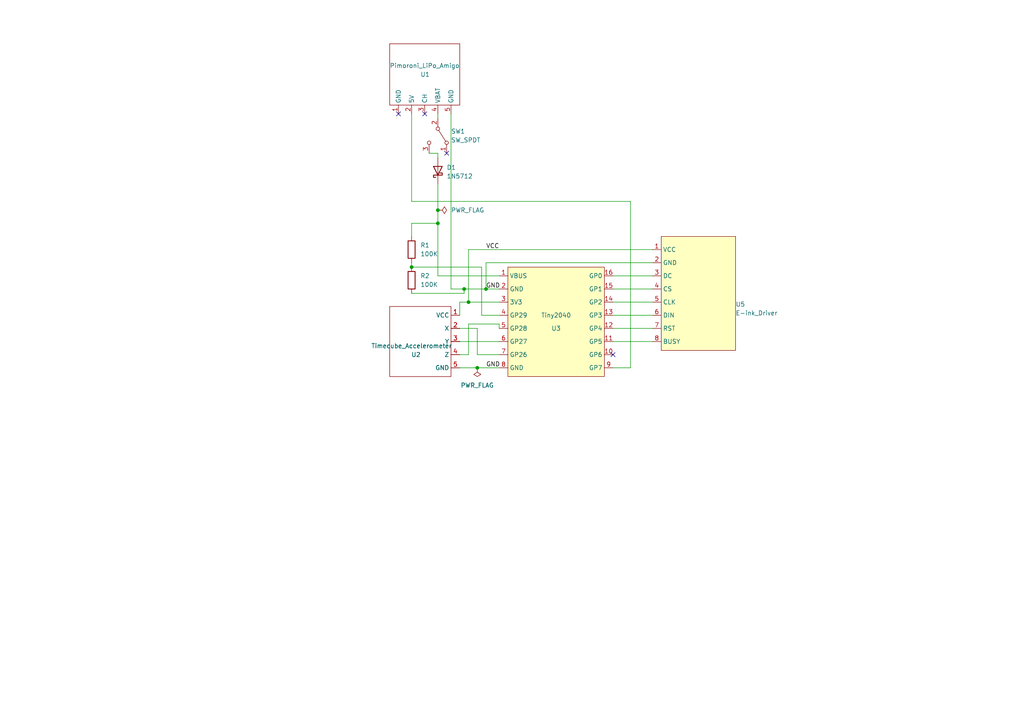
<source format=kicad_sch>
(kicad_sch (version 20211123) (generator eeschema)
  (paper "A4")
  (lib_symbols
    (symbol "Device:R" (pin_numbers hide) (pin_names (offset 0))
      (property "Reference" "R" (at 2.032 0 90))
      (property "Value" "R" (at 0 0 90))
      (symbol "R_0_1"
        (rectangle (start -1.016 -2.54) (end 1.016 2.54) (stroke (width 0.254)))
      )
      (symbol "R_1_1"
        (pin passive line (at 0 3.81 270) (length 1.27) (name "~") (number "1"))
        (pin passive line (at 0 -3.81 90) (length 1.27) (name "~") (number "2"))
      )
    )
    (symbol "Diode:1N5712" (pin_numbers hide) (pin_names (offset 1.016) hide)
      (property "Reference" "D" (at 0 2.54 0))
      (property "Value" "1N5712" (at 0 -2.54 0))
      (symbol "1N5712_0_1"
        (polyline (pts (xy 1.27 0) (xy -1.27 0)))
        (polyline (pts (xy 1.27 1.27) (xy 1.27 -1.27) (xy -1.27 0) (xy 1.27 1.27)) (stroke (width 0.254)))
        (polyline (pts (xy -1.905 0.635) (xy -1.905 1.27) (xy -1.27 1.27) (xy -1.27 -1.27) (xy -0.635 -1.27) (xy -0.635 -0.635)) (stroke (width 0.254)))
      )
      (symbol "1N5712_1_1"
        (pin passive line (at -3.81 0 0) (length 2.54) (name "K") (number "1"))
        (pin passive line (at 3.81 0 180) (length 2.54) (name "A") (number "2"))
      )
    )
    (symbol "Switch:SW_SPDT" (pin_names (offset 0) hide)
      (property "Reference" "SW" (at 0 4.318 0))
      (property "Value" "SW_SPDT" (at 0 -5.08 0))
      (symbol "SW_SPDT_0_0"
        (circle (center -2.032 0) (radius 0.508))
        (circle (center 2.032 -2.54) (radius 0.508))
      )
      (symbol "SW_SPDT_0_1"
        (polyline (pts (xy -1.524 0.254) (xy 1.651 2.286)))
        (circle (center 2.032 2.54) (radius 0.508))
      )
      (symbol "SW_SPDT_1_1"
        (pin passive line (at 5.08 2.54 180) (length 2.54) (name "A") (number "1"))
        (pin passive line (at -5.08 0 0) (length 2.54) (name "B") (number "2"))
        (pin passive line (at 5.08 -2.54 180) (length 2.54) (name "C") (number "3"))
      )
    )
    (symbol "Timecube:E-ink_Driver"
      (property "Reference" "U5" (at 8.89 1.9051 0))
      (property "Value" "E-ink_Driver" (at 8.89 -0.6349 0))
      (symbol "E-ink_Driver_0_1"
        (rectangle (start -12.7 21.59) (end 8.89 -11.43) (fill (type background)))
      )
      (symbol "E-ink_Driver_1_1"
        (pin power_in line (at -15.24 17.78 0) (length 2.54) (name "VCC") (number "1"))
        (pin power_in line (at -15.24 13.97 0) (length 2.54) (name "GND") (number "2"))
        (pin bidirectional line (at -15.24 10.16 0) (length 2.54) (name "DC") (number "3"))
        (pin bidirectional line (at -15.24 6.35 0) (length 2.54) (name "CS") (number "4"))
        (pin bidirectional line (at -15.24 2.54 0) (length 2.54) (name "CLK") (number "5"))
        (pin bidirectional line (at -15.24 -1.27 0) (length 2.54) (name "DIN") (number "6"))
        (pin bidirectional line (at -15.24 -5.08 0) (length 2.54) (name "RST") (number "7"))
        (pin bidirectional line (at -15.24 -8.89 0) (length 2.54) (name "BUSY") (number "8"))
      )
    )
    (symbol "Timecube:Pimoroni_LiPo_Amigo"
      (property "Reference" "U" (at 1.27 0 0))
      (property "Value" "Pimoroni_LiPo_Amigo" (at 2.54 2.54 0))
      (symbol "Pimoroni_LiPo_Amigo_0_1"
        (rectangle (start -7.62 10.16) (end 10.16 -10.16))
      )
      (symbol "Pimoroni_LiPo_Amigo_1_1"
        (pin power_out line (at -10.16 7.62 0) (length 2.54) (name "GND") (number "1"))
        (pin power_out line (at -10.16 3.81 0) (length 2.54) (name "5V") (number "2"))
        (pin output line (at -10.16 0 0) (length 2.54) (name "CH") (number "3"))
        (pin power_out line (at -10.16 -3.81 0) (length 2.54) (name "VBAT") (number "4"))
        (pin power_out line (at -10.16 -7.62 0) (length 2.54) (name "GND") (number "5"))
      )
    )
    (symbol "Timecube:Timecube_Accelerometer"
      (property "Reference" "U" (at -2.54 -12.7 0))
      (property "Value" "Timecube_Accelerometer" (at -2.54 -10.16 0))
      (symbol "Timecube_Accelerometer_0_1"
        (rectangle (start 6.35 -2.54) (end -11.43 -22.86))
      )
      (symbol "Timecube_Accelerometer_1_1"
        (pin power_in line (at 8.89 -5.08 180) (length 2.54) (name "VCC") (number "1"))
        (pin output line (at 8.89 -8.89 180) (length 2.54) (name "X") (number "2"))
        (pin output line (at 8.89 -12.7 180) (length 2.54) (name "Y") (number "3"))
        (pin output line (at 8.89 -16.51 180) (length 2.54) (name "Z") (number "4"))
        (pin power_in line (at 8.89 -20.32 180) (length 2.54) (name "GND") (number "5"))
      )
    )
    (symbol "Timecube:Tiny2040"
      (property "Reference" "U" (at 0 -2.54 0))
      (property "Value" "Tiny2040" (at 0 0 0))
      (symbol "Tiny2040_0_1"
        (rectangle (start -13.97 13.97) (end 13.97 -17.78) (fill (type background)))
      )
      (symbol "Tiny2040_1_1"
        (pin power_in line (at -16.51 11.43 0) (length 2.54) (name "VBUS") (number "1"))
        (pin bidirectional line (at 16.51 -11.43 180) (length 2.54) (name "GP6") (number "10"))
        (pin bidirectional line (at 16.51 -7.62 180) (length 2.54) (name "GP5") (number "11"))
        (pin bidirectional line (at 16.51 -3.81 180) (length 2.54) (name "GP4") (number "12"))
        (pin bidirectional line (at 16.51 0 180) (length 2.54) (name "GP3") (number "13"))
        (pin bidirectional line (at 16.51 3.81 180) (length 2.54) (name "GP2") (number "14"))
        (pin bidirectional line (at 16.51 7.62 180) (length 2.54) (name "GP1") (number "15"))
        (pin bidirectional line (at 16.51 11.43 180) (length 2.54) (name "GP0") (number "16"))
        (pin power_in line (at -16.51 7.62 0) (length 2.54) (name "GND") (number "2"))
        (pin power_out line (at -16.51 3.81 0) (length 2.54) (name "3V3") (number "3"))
        (pin bidirectional line (at -16.51 0 0) (length 2.54) (name "GP29") (number "4"))
        (pin bidirectional line (at -16.51 -3.81 0) (length 2.54) (name "GP28") (number "5"))
        (pin bidirectional line (at -16.51 -7.62 0) (length 2.54) (name "GP27") (number "6"))
        (pin bidirectional line (at -16.51 -11.43 0) (length 2.54) (name "GP26") (number "7"))
        (pin power_in line (at -16.51 -15.24 0) (length 2.54) (name "GND") (number "8"))
        (pin bidirectional line (at 16.51 -15.24 180) (length 2.54) (name "GP7") (number "9"))
      )
    )
    (symbol "power:PWR_FLAG" (power) (pin_numbers hide) (pin_names (offset 0) hide)
      (property "Value" "PWR_FLAG" (at 0 3.81 0))
      (symbol "PWR_FLAG_0_0"
        (pin power_out line (at 0 0 90) (length 0) (name "pwr") (number "1"))
      )
      (symbol "PWR_FLAG_0_1"
        (polyline (pts (xy 0 0) (xy 0 1.27) (xy -1.016 1.905) (xy 0 2.54) (xy 1.016 1.905) (xy 0 1.27)))
      )
    )
  )
  (junction (at 135.89 87.63))
  (junction (at 127 64.77))
  (junction (at 127 60.96))
  (junction (at 138.43 106.68))
  (junction (at 140.97 83.82))
  (junction (at 119.38 77.47))
  (junction (at 134.62 83.82))
  (no_connect (at 129.54 44.45))
  (no_connect (at 177.8 102.87))
  (no_connect (at 115.57 33.02))
  (no_connect (at 123.19 33.02))
  (wire (pts (xy 119.38 68.58) (xy 119.38 64.77)))
  (wire (pts (xy 127 33.02) (xy 127 34.29)))
  (wire (pts (xy 177.8 99.06) (xy 189.23 99.06)))
  (wire (pts (xy 177.8 80.01) (xy 189.23 80.01)))
  (wire (pts (xy 124.46 44.45) (xy 127 44.45)))
  (wire (pts (xy 119.38 33.02) (xy 119.38 58.42)))
  (wire (pts (xy 135.89 72.39) (xy 135.89 87.63)))
  (wire (pts (xy 130.81 83.82) (xy 134.62 83.82)))
  (wire (pts (xy 133.35 95.25) (xy 138.43 95.25)))
  (wire (pts (xy 119.38 58.42) (xy 182.88 58.42)))
  (wire (pts (xy 119.38 76.2) (xy 119.38 77.47)))
  (wire (pts (xy 140.97 83.82) (xy 144.78 83.82)))
  (wire (pts (xy 119.38 85.09) (xy 134.62 85.09)))
  (wire (pts (xy 182.88 106.68) (xy 177.8 106.68)))
  (wire (pts (xy 177.8 95.25) (xy 189.23 95.25)))
  (wire (pts (xy 138.43 102.87) (xy 144.78 102.87)))
  (wire (pts (xy 127 64.77) (xy 127 80.01)))
  (wire (pts (xy 127 80.01) (xy 144.78 80.01)))
  (wire (pts (xy 189.23 72.39) (xy 135.89 72.39)))
  (wire (pts (xy 135.89 87.63) (xy 144.78 87.63)))
  (wire (pts (xy 119.38 64.77) (xy 127 64.77)))
  (wire (pts (xy 189.23 76.2) (xy 140.97 76.2)))
  (wire (pts (xy 119.38 77.47) (xy 139.7 77.47)))
  (wire (pts (xy 133.35 99.06) (xy 144.78 99.06)))
  (wire (pts (xy 177.8 91.44) (xy 189.23 91.44)))
  (wire (pts (xy 133.35 87.63) (xy 133.35 91.44)))
  (wire (pts (xy 138.43 95.25) (xy 138.43 102.87)))
  (wire (pts (xy 182.88 58.42) (xy 182.88 106.68)))
  (wire (pts (xy 133.35 102.87) (xy 135.89 102.87)))
  (wire (pts (xy 135.89 93.98) (xy 144.78 93.98)))
  (wire (pts (xy 127 44.45) (xy 127 45.72)))
  (wire (pts (xy 177.8 83.82) (xy 189.23 83.82)))
  (wire (pts (xy 177.8 87.63) (xy 189.23 87.63)))
  (wire (pts (xy 134.62 85.09) (xy 134.62 83.82)))
  (wire (pts (xy 127 53.34) (xy 127 60.96)))
  (wire (pts (xy 133.35 106.68) (xy 138.43 106.68)))
  (wire (pts (xy 133.35 87.63) (xy 135.89 87.63)))
  (wire (pts (xy 139.7 91.44) (xy 144.78 91.44)))
  (wire (pts (xy 140.97 76.2) (xy 140.97 83.82)))
  (wire (pts (xy 135.89 102.87) (xy 135.89 93.98)))
  (wire (pts (xy 127 60.96) (xy 127 64.77)))
  (wire (pts (xy 134.62 83.82) (xy 140.97 83.82)))
  (wire (pts (xy 139.7 77.47) (xy 139.7 91.44)))
  (wire (pts (xy 138.43 106.68) (xy 144.78 106.68)))
  (wire (pts (xy 144.78 93.98) (xy 144.78 95.25)))
  (wire (pts (xy 130.81 33.02) (xy 130.81 83.82)))
  (label "GND" (at 140.97 106.68 0))
  (label "VCC" (at 140.97 72.39 0))
  (label "GND" (at 140.97 83.82 0))
  (symbol (lib_id "Device:R") (at 119.38 72.39 0) (unit 1)
    (property "Reference" "R1" (at 121.92 71.1199 0) (effects (justify left)))
    (property "Value" "100K" (at 121.92 73.6599 0) (effects (justify left)))
    (property "Footprint" "Resistor_THT:R_Axial_DIN0207_L6.3mm_D2.5mm_P10.16mm_Horizontal" (effects hide))
  )
  (symbol (lib_id "power:PWR_FLAG") (at 138.43 106.68 180) (unit 1)
    (property "Reference" "#FLG0101" (effects hide))
    (property "Value" "PWR_FLAG" (at 138.43 111.76 0))
  )
  (symbol (lib_id "Timecube:Timecube_Accelerometer") (at 124.46 86.36 0) (unit 1)
    (property "Reference" "U2" (at 120.65 102.87 0))
    (property "Value" "Timecube_Accelerometer" (at 119.38 100.33 0))
    (property "Footprint" "Timecube:ADXL335" (effects hide))
  )
  (symbol (lib_id "Diode:1N5712") (at 127 49.53 90) (unit 1)
    (property "Reference" "D1" (at 129.54 48.5774 90) (effects (justify right)))
    (property "Value" "1N5712" (at 129.54 51.1174 90) (effects (justify right)))
    (property "Footprint" "Diode_THT:D_DO-35_SOD27_P7.62mm_Horizontal" (effects hide))
    (property "Datasheet" "https://www.microsemi.com/document-portal/doc_download/8865-lds-0040-datasheet" (effects hide))
  )
  (symbol (lib_id "Timecube:Pimoroni_LiPo_Amigo") (at 123.19 22.86 90) (unit 1)
    (property "Reference" "U1" (at 121.92 21.59 90) (effects (justify right)))
    (property "Value" "Pimoroni_LiPo_Amigo" (at 113.03 19.05 90) (effects (justify right)))
    (property "Footprint" "Timecube:LiPo Amigo" (effects hide))
  )
  (symbol (lib_id "Device:R") (at 119.38 81.28 0) (unit 1)
    (property "Reference" "R2" (at 121.92 80.0099 0) (effects (justify left)))
    (property "Value" "100K" (at 121.92 82.5499 0) (effects (justify left)))
    (property "Footprint" "Resistor_THT:R_Axial_DIN0207_L6.3mm_D2.5mm_P10.16mm_Horizontal" (effects hide))
  )
  (symbol (lib_id "Switch:SW_SPDT") (at 127 39.37 270) (unit 1)
    (property "Reference" "SW1" (at 130.81 38.0999 90) (effects (justify left)))
    (property "Value" "SW_SPDT" (at 130.81 40.6399 90) (effects (justify left)))
    (property "Footprint" "Timecube:Switch" (effects hide))
  )
  (symbol (lib_id "power:PWR_FLAG") (at 127 60.96 270) (unit 1)
    (property "Reference" "#FLG0102" (effects hide))
    (property "Value" "PWR_FLAG" (at 130.81 60.9599 90) (effects (justify left)))
  )
  (symbol (lib_id "Timecube:Tiny2040") (at 161.29 91.44 0) (unit 1)
    (property "Reference" "U3" (at 161.29 95.25 0))
    (property "Value" "Tiny2040" (at 161.29 91.44 0))
    (property "Footprint" "Timecube:Tiny2040" (effects hide))
  )
  (symbol (lib_id "Timecube:E-ink_Driver") (at 204.47 90.17 0) (unit 1)
    (property "Reference" "U5" (at 213.36 88.2649 0) (effects (justify left)))
    (property "Value" "E-ink_Driver" (at 213.36 90.8049 0) (effects (justify left)))
    (property "Footprint" "Timecube:Driver Data" (effects hide))
  )
)
</source>
